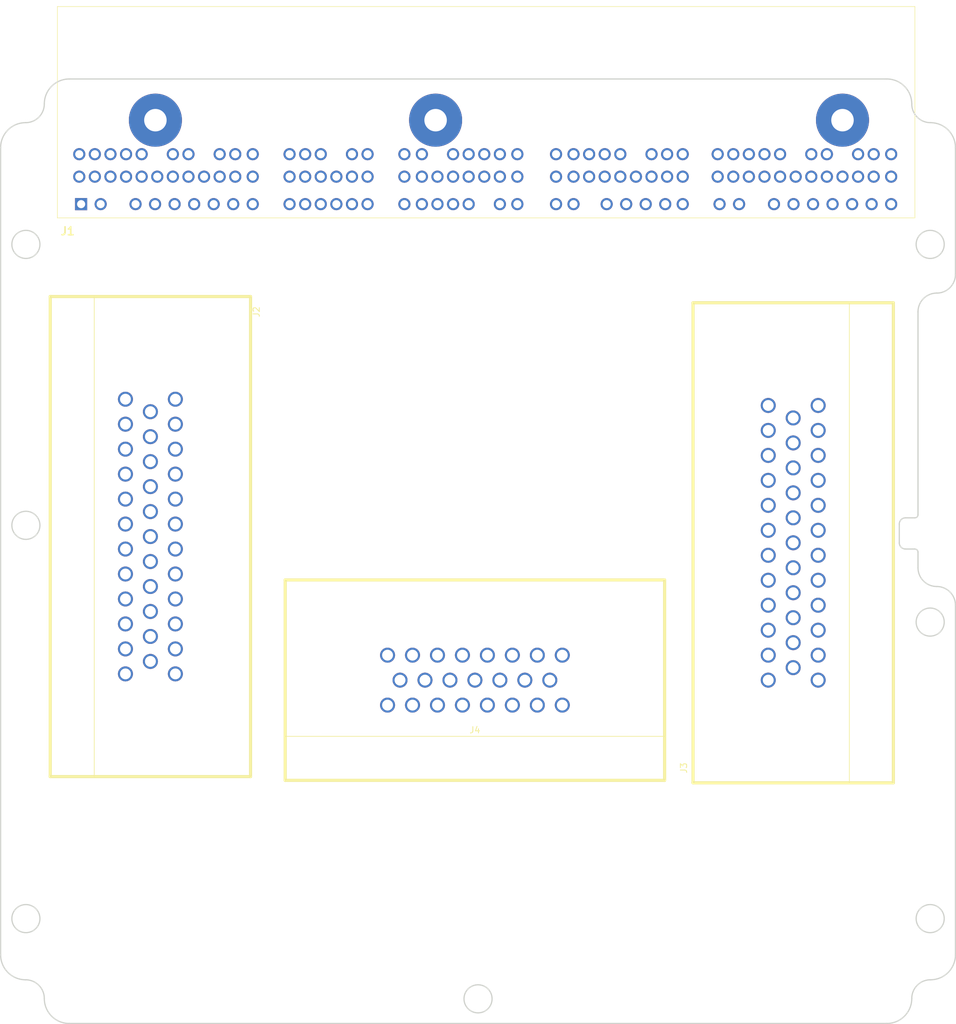
<source format=kicad_pcb>
(kicad_pcb (version 20210824) (generator pcbnew)
  (layers (0 "F.Cu" signal) (31 "B.Cu" signal) (34 "B.Paste" user) (35 "F.Paste" user) (36 "B.SilkS" user "B.Silkscreen") (37 "F.SilkS" user "F.Silkscreen") (38 "B.Mask" user) (39 "F.Mask" user) (44 "Edge.Cuts" user))
  (net 0 "")
  (net 1 "GND")
  (net 2 "/5V_SENSOR_1")
  (net 3 "/5V_SENSOR_2")
  (net 4 "/12V_PROT")
  (footprint "lib:ampseal-23" (layer "F.Cu") (at 171 162.8)
    (fp_text reference "J4" (at 0 8) (layer "F.SilkS"))
    (fp_text value "Conn_01x23")
    (fp_line (start -30.4 -16.05) (end 30.4 -16.05) (layer "F.SilkS") (width 0.5))
    (fp_line (start -30.5 9) (end 30.5 9) (layer "F.SilkS") (width 0.12))
    (fp_line (start 30.4 -16.05) (end 30.4 16.05) (layer "F.SilkS") (width 0.5))
    (fp_line (start 30.4 16.05) (end -30.4 16.05) (layer "F.SilkS") (width 0.5))
    (fp_line (start -30.4 16.05) (end -30.4 -16.05) (layer "F.SilkS") (width 0.5))
    (pad "" np_thru_hole circle (at 25.2 7.3) (size 2 2) (drill 2) (layers *.Cu *.Mask))
    (pad "" np_thru_hole circle (at -20.5 0.5) (size 2.85 2.85) (drill 2.85) (layers F&B.Cu *.Mask))
    (pad "" np_thru_hole circle (at 23.7 -10.8) (size 2 2) (drill 2) (layers *.Cu *.Mask))
    (pad "" np_thru_hole circle (at -23.7 -10.8) (size 2 2) (drill 2) (layers *.Cu *.Mask))
    (pad "" np_thru_hole circle (at 20.5 0.5) (size 2.85 2.85) (drill 2.85) (layers F&B.Cu *.Mask))
    (pad "" np_thru_hole circle (at -25.2 7.3) (size 2 2) (drill 2) (layers *.Cu *.Mask))
    (pad "1" thru_hole circle (at -14 -4) (size 2.4 2.4) (drill 1.75) (layers *.Cu *.Mask))
    (pad "2" thru_hole circle (at -10 -4) (size 2.4 2.4) (drill 1.75) (layers *.Cu *.Mask))
    (pad "3" thru_hole circle (at -6 -4) (size 2.4 2.4) (drill 1.75) (layers *.Cu *.Mask))
    (pad "4" thru_hole circle (at -2 -4) (size 2.4 2.4) (drill 1.75) (layers *.Cu *.Mask))
    (pad "5" thru_hole circle (at 2 -4) (size 2.4 2.4) (drill 1.75) (layers *.Cu *.Mask))
    (pad "6" thru_hole circle (at 6 -4) (size 2.4 2.4) (drill 1.75) (layers *.Cu *.Mask))
    (pad "7" thru_hole circle (at 10 -4) (size 2.4 2.4) (drill 1.75) (layers *.Cu *.Mask))
    (pad "8" thru_hole circle (at 14 -4) (size 2.4 2.4) (drill 1.75) (layers *.Cu *.Mask))
    (pad "9" thru_hole circle (at -12 0) (size 2.4 2.4) (drill 1.75) (layers *.Cu *.Mask))
    (pad "10" thru_hole circle (at -8 0) (size 2.4 2.4) (drill 1.75) (layers *.Cu *.Mask))
    (pad "11" thru_hole circle (at -4 0) (size 2.4 2.4) (drill 1.75) (layers *.Cu *.Mask))
    (pad "12" thru_hole circle (at 0 0) (size 2.4 2.4) (drill 1.75) (layers *.Cu *.Mask))
    (pad "13" thru_hole circle (at 4 0) (size 2.4 2.4) (drill 1.75) (layers *.Cu *.Mask))
    (pad "14" thru_hole circle (at 8 0) (size 2.4 2.4) (drill 1.75) (layers *.Cu *.Mask) (net 1 "GND"))
    (pad "15" thru_hole circle (at 12 0) (size 2.4 2.4) (drill 1.75) (layers *.Cu *.Mask))
    (pad "16" thru_hole circle (at -14 4) (size 2.4 2.4) (drill 1.75) (layers *.Cu *.Mask))
    (pad "17" thru_hole circle (at -10 4) (size 2.4 2.4) (drill 1.75) (layers *.Cu *.Mask))
    (pad "18" thru_hole circle (at -6 4) (size 2.4 2.4) (drill 1.75) (layers *.Cu *.Mask))
    (pad "19" thru_hole circle (at -2 4) (size 2.4 2.4) (drill 1.75) (layers *.Cu *.Mask) (net 1 "GND"))
    (pad "20" thru_hole circle (at 2 4) (size 2.4 2.4) (drill 1.75) (layers *.Cu *.Mask) (net 1 "GND"))
    (pad "21" thru_hole circle (at 6 4) (size 2.4 2.4) (drill 1.75) (layers *.Cu *.Mask))
    (pad "22" thru_hole circle (at 10 4) (size 2.4 2.4) (drill 1.75) (layers *.Cu *.Mask))
    (pad "23" thru_hole circle (at 14 4) (size 2.4 2.4) (drill 1.75) (layers *.Cu *.Mask))
  )
  (footprint "lib:ampseal-35-2" (layer "F.Cu") (at 222 140.8 90)
    (fp_text reference "J3" (at -36.068 -17.526 90) (layer "F.SilkS"))
    (fp_text value "Conn_01x35")
    (fp_line (start -38.354 9) (end 38.354 9) (layer "F.SilkS") (width 0.12))
    (fp_line (start -38.45 -16.05) (end 38.45 -16.05) (layer "F.SilkS") (width 0.5))
    (fp_line (start 38.45 -16.05) (end 38.45 16.05) (layer "F.SilkS") (width 0.5))
    (fp_line (start -38.45 16.05) (end 38.45 16.05) (layer "F.SilkS") (width 0.5))
    (fp_line (start -38.45 -16.05) (end -38.45 16.05) (layer "F.SilkS") (width 0.5))
    (pad "" np_thru_hole circle (at -33.2 7.3 90) (size 2 2) (drill 2) (layers *.Cu *.Mask))
    (pad "" np_thru_hole circle (at 33.2 7.3 90) (size 2 2) (drill 2) (layers *.Cu *.Mask))
    (pad "" np_thru_hole circle (at -31.7 -10.8 90) (size 2 2) (drill 2) (layers *.Cu *.Mask))
    (pad "" np_thru_hole circle (at -28.5 0.5 90) (size 2.85 2.85) (drill 2.85) (layers F&B.Cu *.Mask))
    (pad "" np_thru_hole circle (at 28.5 0.5 90) (size 2.85 2.85) (drill 2.85) (layers F&B.Cu *.Mask))
    (pad "" np_thru_hole circle (at 31.7 -10.8 90) (size 2 2) (drill 2) (layers *.Cu *.Mask))
    (pad "1" thru_hole circle (at -22 -4 90) (size 2.4 2.4) (drill 1.75) (layers *.Cu *.Mask) (net 1 "GND"))
    (pad "2" thru_hole circle (at -18 -4 90) (size 2.4 2.4) (drill 1.75) (layers *.Cu *.Mask) (net 1 "GND"))
    (pad "3" thru_hole circle (at -14 -4 90) (size 2.4 2.4) (drill 1.75) (layers *.Cu *.Mask) (net 1 "GND"))
    (pad "4" thru_hole circle (at -10 -4 90) (size 2.4 2.4) (drill 1.75) (layers *.Cu *.Mask) (net 1 "GND"))
    (pad "5" thru_hole circle (at -6 -4 90) (size 2.4 2.4) (drill 1.75) (layers *.Cu *.Mask) (net 1 "GND"))
    (pad "6" thru_hole circle (at -2 -4 90) (size 2.4 2.4) (drill 1.75) (layers *.Cu *.Mask) (net 1 "GND"))
    (pad "7" thru_hole circle (at 2 -4 90) (size 2.4 2.4) (drill 1.75) (layers *.Cu *.Mask) (net 1 "GND"))
    (pad "8" thru_hole circle (at 6 -4 90) (size 2.4 2.4) (drill 1.75) (layers *.Cu *.Mask) (net 1 "GND"))
    (pad "9" thru_hole circle (at 10 -4 90) (size 2.4 2.4) (drill 1.75) (layers *.Cu *.Mask) (net 2 "/5V_SENSOR_1"))
    (pad "10" thru_hole circle (at 14 -4 90) (size 2.4 2.4) (drill 1.75) (layers *.Cu *.Mask) (net 3 "/5V_SENSOR_2"))
    (pad "11" thru_hole circle (at 18 -4 90) (size 2.4 2.4) (drill 1.75) (layers *.Cu *.Mask) (net 4 "/12V_PROT"))
    (pad "12" thru_hole circle (at 22 -4 90) (size 2.4 2.4) (drill 1.75) (layers *.Cu *.Mask) (net 4 "/12V_PROT"))
    (pad "13" thru_hole circle (at -20 0 90) (size 2.4 2.4) (drill 1.75) (layers *.Cu *.Mask))
    (pad "14" thru_hole circle (at -16 0 90) (size 2.4 2.4) (drill 1.75) (layers *.Cu *.Mask))
    (pad "15" thru_hole circle (at -12 0 90) (size 2.4 2.4) (drill 1.75) (layers *.Cu *.Mask))
    (pad "16" thru_hole circle (at -8 0 90) (size 2.4 2.4) (drill 1.75) (layers *.Cu *.Mask))
    (pad "17" thru_hole circle (at -4 0 90) (size 2.4 2.4) (drill 1.75) (layers *.Cu *.Mask))
    (pad "18" thru_hole circle (at 0 0 90) (size 2.4 2.4) (drill 1.75) (layers *.Cu *.Mask))
    (pad "19" thru_hole circle (at 4 0 90) (size 2.4 2.4) (drill 1.75) (layers *.Cu *.Mask))
    (pad "20" thru_hole circle (at 8 0 90) (size 2.4 2.4) (drill 1.75) (layers *.Cu *.Mask))
    (pad "21" thru_hole circle (at 12 0 90) (size 2.4 2.4) (drill 1.75) (layers *.Cu *.Mask) (net 2 "/5V_SENSOR_1"))
    (pad "22" thru_hole circle (at 16 0 90) (size 2.4 2.4) (drill 1.75) (layers *.Cu *.Mask) (net 3 "/5V_SENSOR_2"))
    (pad "23" thru_hole circle (at 20 0 90) (size 2.4 2.4) (drill 1.75) (layers *.Cu *.Mask) (net 1 "GND"))
    (pad "24" thru_hole circle (at -22 4 90) (size 2.4 2.4) (drill 1.75) (layers *.Cu *.Mask))
    (pad "25" thru_hole circle (at -18 4 90) (size 2.4 2.4) (drill 1.75) (layers *.Cu *.Mask))
    (pad "26" thru_hole circle (at -14 4 90) (size 2.4 2.4) (drill 1.75) (layers *.Cu *.Mask))
    (pad "27" thru_hole circle (at -10 4 90) (size 2.4 2.4) (drill 1.75) (layers *.Cu *.Mask))
    (pad "28" thru_hole circle (at -6 4 90) (size 2.4 2.4) (drill 1.75) (layers *.Cu *.Mask))
    (pad "29" thru_hole circle (at -2 4 90) (size 2.4 2.4) (drill 1.75) (layers *.Cu *.Mask) (net 1 "GND"))
    (pad "30" thru_hole circle (at 2 4 90) (size 2.4 2.4) (drill 1.75) (layers *.Cu *.Mask))
    (pad "31" thru_hole circle (at 6 4 90) (size 2.4 2.4) (drill 1.75) (layers *.Cu *.Mask))
    (pad "32" thru_hole circle (at 10 4 90) (size 2.4 2.4) (drill 1.75) (layers *.Cu *.Mask) (net 2 "/5V_SENSOR_1"))
    (pad "33" thru_hole circle (at 14 4 90) (size 2.4 2.4) (drill 1.75) (layers *.Cu *.Mask) (net 3 "/5V_SENSOR_2"))
    (pad "34" thru_hole circle (at 18 4 90) (size 2.4 2.4) (drill 1.75) (layers *.Cu *.Mask))
    (pad "35" thru_hole circle (at 22 4 90) (size 2.4 2.4) (drill 1.75) (layers *.Cu *.Mask))
  )
  (footprint "lib:ampseal-35" (layer "F.Cu") (at 119 139.8 -90)
    (fp_text reference "J2" (at -36 -17 90) (layer "F.SilkS"))
    (fp_text value "Conn_01x35")
    (fp_line (start -38.45 16.05) (end 38.45 16.05) (layer "F.SilkS") (width 0.5))
    (fp_line (start -38.354 9) (end 38.354 9) (layer "F.SilkS") (width 0.12))
    (fp_line (start 38.45 -16.05) (end 38.45 16.05) (layer "F.SilkS") (width 0.5))
    (fp_line (start -38.45 -16.05) (end -38.45 16.05) (layer "F.SilkS") (width 0.5))
    (fp_line (start -38.45 -16.05) (end 38.45 -16.05) (layer "F.SilkS") (width 0.5))
    (pad "" np_thru_hole circle (at 33.2 7.3 270) (size 2 2) (drill 2) (layers *.Cu *.Mask))
    (pad "" np_thru_hole circle (at -33.2 7.3 270) (size 2 2) (drill 2) (layers *.Cu *.Mask))
    (pad "" np_thru_hole circle (at -28.5 0.5 270) (size 2.85 2.85) (drill 2.85) (layers F&B.Cu *.Mask))
    (pad "" np_thru_hole circle (at -31.7 -10.8 270) (size 2 2) (drill 2) (layers *.Cu *.Mask))
    (pad "" np_thru_hole circle (at 28.5 0.5 270) (size 2.85 2.85) (drill 2.85) (layers F&B.Cu *.Mask))
    (pad "" np_thru_hole circle (at 31.7 -10.8 270) (size 2 2) (drill 2) (layers *.Cu *.Mask))
    (pad "1" thru_hole circle (at -22 -4 270) (size 2.4 2.4) (drill 1.75) (layers *.Cu *.Mask))
    (pad "2" thru_hole circle (at -18 -4 270) (size 2.4 2.4) (drill 1.75) (layers *.Cu *.Mask))
    (pad "3" thru_hole circle (at -14 -4 270) (size 2.4 2.4) (drill 1.75) (layers *.Cu *.Mask))
    (pad "4" thru_hole circle (at -10 -4 270) (size 2.4 2.4) (drill 1.75) (layers *.Cu *.Mask))
    (pad "5" thru_hole circle (at -6 -4 270) (size 2.4 2.4) (drill 1.75) (layers *.Cu *.Mask))
    (pad "6" thru_hole circle (at -2 -4 270) (size 2.4 2.4) (drill 1.75) (layers *.Cu *.Mask))
    (pad "7" thru_hole circle (at 2 -4 270) (size 2.4 2.4) (drill 1.75) (layers *.Cu *.Mask))
    (pad "8" thru_hole circle (at 6 -4 270) (size 2.4 2.4) (drill 1.75) (layers *.Cu *.Mask))
    (pad "9" thru_hole circle (at 10 -4 270) (size 2.4 2.4) (drill 1.75) (layers *.Cu *.Mask))
    (pad "10" thru_hole circle (at 14 -4 270) (size 2.4 2.4) (drill 1.75) (layers *.Cu *.Mask))
    (pad "11" thru_hole circle (at 18 -4 270) (size 2.4 2.4) (drill 1.75) (layers *.Cu *.Mask))
    (pad "12" thru_hole circle (at 22 -4 270) (size 2.4 2.4) (drill 1.75) (layers *.Cu *.Mask))
    (pad "13" thru_hole circle (at -20 0 270) (size 2.4 2.4) (drill 1.75) (layers *.Cu *.Mask))
    (pad "14" thru_hole circle (at -16 0 270) (size 2.4 2.4) (drill 1.75) (layers *.Cu *.Mask))
    (pad "15" thru_hole circle (at -12 0 270) (size 2.4 2.4) (drill 1.75) (layers *.Cu *.Mask))
    (pad "16" thru_hole circle (at -8 0 270) (size 2.4 2.4) (drill 1.75) (layers *.Cu *.Mask))
    (pad "17" thru_hole circle (at -4 0 270) (size 2.4 2.4) (drill 1.75) (layers *.Cu *.Mask) (net 1 "GND"))
    (pad "18" thru_hole circle (at 0 0 270) (size 2.4 2.4) (drill 1.75) (layers *.Cu *.Mask) (net 1 "GND"))
    (pad "19" thru_hole circle (at 4 0 270) (size 2.4 2.4) (drill 1.75) (layers *.Cu *.Mask))
    (pad "20" thru_hole circle (at 8 0 270) (size 2.4 2.4) (drill 1.75) (layers *.Cu *.Mask))
    (pad "21" thru_hole circle (at 12 0 270) (size 2.4 2.4) (drill 1.75) (layers *.Cu *.Mask))
    (pad "22" thru_hole circle (at 16 0 270) (size 2.4 2.4) (drill 1.75) (layers *.Cu *.Mask))
    (pad "23" thru_hole circle (at 20 0 270) (size 2.4 2.4) (drill 1.75) (layers *.Cu *.Mask))
    (pad "24" thru_hole circle (at -22 4 270) (size 2.4 2.4) (drill 1.75) (layers *.Cu *.Mask) (net 1 "GND"))
    (pad "25" thru_hole circle (at -18 4 270) (size 2.4 2.4) (drill 1.75) (layers *.Cu *.Mask))
    (pad "26" thru_hole circle (at -14 4 270) (size 2.4 2.4) (drill 1.75) (layers *.Cu *.Mask))
    (pad "27" thru_hole circle (at -10 4 270) (size 2.4 2.4) (drill 1.75) (layers *.Cu *.Mask))
    (pad "28" thru_hole circle (at -6 4 270) (size 2.4 2.4) (drill 1.75) (layers *.Cu *.Mask))
    (pad "29" thru_hole circle (at -2 4 270) (size 2.4 2.4) (drill 1.75) (layers *.Cu *.Mask))
    (pad "30" thru_hole circle (at 2 4 270) (size 2.4 2.4) (drill 1.75) (layers *.Cu *.Mask))
    (pad "31" thru_hole circle (at 6 4 270) (size 2.4 2.4) (drill 1.75) (layers *.Cu *.Mask))
    (pad "32" thru_hole circle (at 10 4 270) (size 2.4 2.4) (drill 1.75) (layers *.Cu *.Mask))
    (pad "33" thru_hole circle (at 14 4 270) (size 2.4 2.4) (drill 1.75) (layers *.Cu *.Mask))
    (pad "34" thru_hole circle (at 18 4 270) (size 2.4 2.4) (drill 1.75) (layers *.Cu *.Mask))
    (pad "35" thru_hole circle (at 22 4 270) (size 2.4 2.4) (drill 1.75) (layers *.Cu *.Mask))
  )
  (footprint "lib:13186121" (layer "F.Cu") (at 172.8 71.825)
    (fp_text reference "J1" (at -67.056 19.05) (layer "F.SilkS") (effects (font (size 1.27 1.27) (thickness 0.254))))
    (fp_text value "1318612-1" hide)
    (fp_line (start -68.7 16.925) (end -68.7 -16.925) (layer "F.SilkS") (width 0.1))
    (fp_line (start 68.7 -16.925) (end 68.7 16.925) (layer "F.SilkS") (width 0.1))
    (fp_line (start -68.7 -16.925) (end 68.7 -16.925) (layer "F.SilkS") (width 0.1))
    (fp_line (start 68.7 16.925) (end -68.7 16.925) (layer "F.SilkS") (width 0.1))
    (pad "A1" thru_hole circle locked (at 37.4 14.725 90) (size 1.95 1.95) (drill 1.3) (layers *.Cu *.Mask))
    (pad "A2" thru_hole circle locked (at 40.53 14.725 90) (size 1.95 1.95) (drill 1.3) (layers *.Cu *.Mask))
    (pad "A3" thru_hole circle locked (at 46.12 14.725 90) (size 1.95 1.95) (drill 1.3) (layers *.Cu *.Mask))
    (pad "A4" thru_hole circle locked (at 49.25 14.725 90) (size 1.95 1.95) (drill 1.3) (layers *.Cu *.Mask))
    (pad "A5" thru_hole circle locked (at 52.38 14.725 90) (size 1.95 1.95) (drill 1.3) (layers *.Cu *.Mask))
    (pad "A6" thru_hole circle locked (at 55.51 14.725 90) (size 1.95 1.95) (drill 1.3) (layers *.Cu *.Mask))
    (pad "A7" thru_hole circle locked (at 58.64 14.725 90) (size 1.95 1.95) (drill 1.3) (layers *.Cu *.Mask))
    (pad "A8" thru_hole circle locked (at 61.77 14.725 90) (size 1.95 1.95) (drill 1.3) (layers *.Cu *.Mask))
    (pad "A9" thru_hole circle locked (at 64.9 14.725 90) (size 1.95 1.95) (drill 1.3) (layers *.Cu *.Mask))
    (pad "A10" thru_hole circle locked (at 37.1 10.325 90) (size 1.95 1.95) (drill 1.3) (layers *.Cu *.Mask))
    (pad "A11" thru_hole circle locked (at 39.6 10.325 90) (size 1.95 1.95) (drill 1.3) (layers *.Cu *.Mask))
    (pad "A12" thru_hole circle locked (at 42.1 10.325 90) (size 1.95 1.95) (drill 1.3) (layers *.Cu *.Mask))
    (pad "A13" thru_hole circle locked (at 44.6 10.325 90) (size 1.95 1.95) (drill 1.3) (layers *.Cu *.Mask))
    (pad "A14" thru_hole circle locked (at 47.1 10.325 90) (size 1.95 1.95) (drill 1.3) (layers *.Cu *.Mask))
    (pad "A15" thru_hole circle locked (at 49.6 10.325 90) (size 1.95 1.95) (drill 1.3) (layers *.Cu *.Mask))
    (pad "A16" thru_hole circle locked (at 52.1 10.325 90) (size 1.95 1.95) (drill 1.3) (layers *.Cu *.Mask))
    (pad "A17" thru_hole circle locked (at 54.6 10.325 90) (size 1.95 1.95) (drill 1.3) (layers *.Cu *.Mask))
    (pad "A18" thru_hole circle locked (at 57.1 10.325 90) (size 1.95 1.95) (drill 1.3) (layers *.Cu *.Mask))
    (pad "A19" thru_hole circle locked (at 59.6 10.325 90) (size 1.95 1.95) (drill 1.3) (layers *.Cu *.Mask))
    (pad "A20" thru_hole circle locked (at 62.1 10.325 90) (size 1.95 1.95) (drill 1.3) (layers *.Cu *.Mask))
    (pad "A21" thru_hole circle locked (at 64.9 10.325 90) (size 1.95 1.95) (drill 1.3) (layers *.Cu *.Mask))
    (pad "A22" thru_hole circle locked (at 37.1 6.725 90) (size 1.95 1.95) (drill 1.3) (layers *.Cu *.Mask))
    (pad "A23" thru_hole circle locked (at 39.6 6.725 90) (size 1.95 1.95) (drill 1.3) (layers *.Cu *.Mask))
    (pad "A24" thru_hole circle locked (at 42.1 6.725 90) (size 1.95 1.95) (drill 1.3) (layers *.Cu *.Mask))
    (pad "A25" thru_hole circle locked (at 44.6 6.725 90) (size 1.95 1.95) (drill 1.3) (layers *.Cu *.Mask))
    (pad "A26" thru_hole circle locked (at 47.1 6.725 90) (size 1.95 1.95) (drill 1.3) (layers *.Cu *.Mask))
    (pad "A27" thru_hole circle locked (at 52.1 6.725 90) (size 1.95 1.95) (drill 1.3) (layers *.Cu *.Mask))
    (pad "A28" thru_hole circle locked (at 54.6 6.725 90) (size 1.95 1.95) (drill 1.3) (layers *.Cu *.Mask))
    (pad "A29" thru_hole circle locked (at 59.6 6.725 90) (size 1.95 1.95) (drill 1.3) (layers *.Cu *.Mask))
    (pad "A30" thru_hole circle locked (at 62.1 6.725 90) (size 1.95 1.95) (drill 1.3) (layers *.Cu *.Mask))
    (pad "A31" thru_hole circle locked (at 64.9 6.725 90) (size 1.95 1.95) (drill 1.3) (layers *.Cu *.Mask))
    (pad "B1" thru_hole circle locked (at 11.2 14.725 90) (size 1.95 1.95) (drill 1.3) (layers *.Cu *.Mask))
    (pad "B2" thru_hole circle locked (at 14 14.725 90) (size 1.95 1.95) (drill 1.3) (layers *.Cu *.Mask))
    (pad "B3" thru_hole circle locked (at 19.31 14.725 90) (size 1.95 1.95) (drill 1.3) (layers *.Cu *.Mask))
    (pad "B4" thru_hole circle locked (at 22.44 14.725 90) (size 1.95 1.95) (drill 1.3) (layers *.Cu *.Mask))
    (pad "B5" thru_hole circle locked (at 25.57 14.725 90) (size 1.95 1.95) (drill 1.3) (layers *.Cu *.Mask))
    (pad "B6" thru_hole circle locked (at 28.7 14.725 90) (size 1.95 1.95) (drill 1.3) (layers *.Cu *.Mask))
    (pad "B7" thru_hole circle locked (at 31.5 14.725 90) (size 1.95 1.95) (drill 1.3) (layers *.Cu *.Mask))
    (pad "B8" thru_hole circle locked (at 11.2 10.325 90) (size 1.95 1.95) (drill 1.3) (layers *.Cu *.Mask))
    (pad "B9" thru_hole circle locked (at 14 10.325 90) (size 1.95 1.95) (drill 1.3) (layers *.Cu *.Mask))
    (pad "B10" thru_hole circle locked (at 16.5 10.325 90) (size 1.95 1.95) (drill 1.3) (layers *.Cu *.Mask))
    (pad "B11" thru_hole circle locked (at 19 10.325 90) (size 1.95 1.95) (drill 1.3) (layers *.Cu *.Mask))
    (pad "B12" thru_hole circle locked (at 21.5 10.325 90) (size 1.95 1.95) (drill 1.3) (layers *.Cu *.Mask))
    (pad "B13" thru_hole circle locked (at 24 10.325 90) (size 1.95 1.95) (drill 1.3) (layers *.Cu *.Mask))
    (pad "B14" thru_hole circle locked (at 26.5 10.325 90) (size 1.95 1.95) (drill 1.3) (layers *.Cu *.Mask))
    (pad "B15" thru_hole circle locked (at 29 10.325 90) (size 1.95 1.95) (drill 1.3) (layers *.Cu *.Mask))
    (pad "B16" thru_hole circle locked (at 31.5 10.325 90) (size 1.95 1.95) (drill 1.3) (layers *.Cu *.Mask))
    (pad "B17" thru_hole circle locked (at 11.2 6.725 90) (size 1.95 1.95) (drill 1.3) (layers *.Cu *.Mask))
    (pad "B18" thru_hole circle locked (at 14 6.725 90) (size 1.95 1.95) (drill 1.3) (layers *.Cu *.Mask))
    (pad "B19" thru_hole circle locked (at 16.5 6.725 90) (size 1.95 1.95) (drill 1.3) (layers *.Cu *.Mask))
    (pad "B20" thru_hole circle locked (at 19 6.725 90) (size 1.95 1.95) (drill 1.3) (layers *.Cu *.Mask))
    (pad "B21" thru_hole circle locked (at 21.5 6.725 90) (size 1.95 1.95) (drill 1.3) (layers *.Cu *.Mask))
    (pad "B22" thru_hole circle locked (at 26.5 6.725 90) (size 1.95 1.95) (drill 1.3) (layers *.Cu *.Mask))
    (pad "B23" thru_hole circle locked (at 29 6.725 90) (size 1.95 1.95) (drill 1.3) (layers *.Cu *.Mask))
    (pad "B24" thru_hole circle locked (at 31.5 6.725 90) (size 1.95 1.95) (drill 1.3) (layers *.Cu *.Mask))
    (pad "C1" thru_hole circle locked (at -13.1 14.725 90) (size 1.95 1.95) (drill 1.3) (layers *.Cu *.Mask))
    (pad "C2" thru_hole circle locked (at -10.3 14.725 90) (size 1.95 1.95) (drill 1.3) (layers *.Cu *.Mask))
    (pad "C3" thru_hole circle locked (at -7.8 14.725 90) (size 1.95 1.95) (drill 1.3) (layers *.Cu *.Mask))
    (pad "C4" thru_hole circle locked (at -5.3 14.725 90) (size 1.95 1.95) (drill 1.3) (layers *.Cu *.Mask))
    (pad "C5" thru_hole circle locked (at -2.8 14.725 90) (size 1.95 1.95) (drill 1.3) (layers *.Cu *.Mask))
    (pad "C6" thru_hole circle locked (at 2.2 14.725 90) (size 1.95 1.95) (drill 1.3) (layers *.Cu *.Mask))
    (pad "C7" thru_hole circle locked (at 5 14.725 90) (size 1.95 1.95) (drill 1.3) (layers *.Cu *.Mask))
    (pad "C8" thru_hole circle locked (at -13.1 10.325 90) (size 1.95 1.95) (drill 1.3) (layers *.Cu *.Mask))
    (pad "C9" thru_hole circle locked (at -10.3 10.325 90) (size 1.95 1.95) (drill 1.3) (layers *.Cu *.Mask))
    (pad "C10" thru_hole circle locked (at -7.8 10.325 90) (size 1.95 1.95) (drill 1.3) (layers *.Cu *.Mask))
    (pad "C11" thru_hole circle locked (at -5.3 10.325 90) (size 1.95 1.95) (drill 1.3) (layers *.Cu *.Mask))
    (pad "C12" thru_hole circle locked (at -2.8 10.325 90) (size 1.95 1.95) (drill 1.3) (layers *.Cu *.Mask))
    (pad "C13" thru_hole circle locked (at -0.3 10.325 90) (size 1.95 1.95) (drill 1.3) (layers *.Cu *.Mask))
    (pad "C14" thru_hole circle locked (at 2.2 10.325 90) (size 1.95 1.95) (drill 1.3) (layers *.Cu *.Mask))
    (pad "C15" thru_hole circle locked (at 5 10.325 90) (size 1.95 1.95) (drill 1.3) (layers *.Cu *.Mask))
    (pad "C16" thru_hole circle locked (at -13.1 6.725 90) (size 1.95 1.95) (drill 1.3) (layers *.Cu *.Mask))
    (pad "C17" thru_hole circle locked (at -10.3 6.725 90) (size 1.95 1.95) (drill 1.3) (layers *.Cu *.Mask))
    (pad "C18" thru_hole circle locked (at -5.3 6.725 90) (size 1.95 1.95) (drill 1.3) (layers *.Cu *.Mask))
    (pad "C19" thru_hole circle locked (at -2.8 6.725 90) (size 1.95 1.95) (drill 1.3) (layers *.Cu *.Mask))
    (pad "C20" thru_hole circle locked (at -0.3 6.725 90) (size 1.95 1.95) (drill 1.3) (layers *.Cu *.Mask))
    (pad "C21" thru_hole circle locked (at 2.2 6.725 90) (size 1.95 1.95) (drill 1.3) (layers *.Cu *.Mask))
    (pad "C22" thru_hole circle locked (at 5 6.725 90) (size 1.95 1.95) (drill 1.3) (layers *.Cu *.Mask))
    (pad "D1" thru_hole circle locked (at -31.5 14.725 90) (size 1.95 1.95) (drill 1.3) (layers *.Cu *.Mask))
    (pad "D2" thru_hole circle locked (at -29 14.725 90) (size 1.95 1.95) (drill 1.3) (layers *.Cu *.Mask))
    (pad "D3" thru_hole circle locked (at -26.5 14.725 90) (size 1.95 1.95) (drill 1.3) (layers *.Cu *.Mask))
    (pad "D4" thru_hole circle locked (at -24 14.725 90) (size 1.95 1.95) (drill 1.3) (layers *.Cu *.Mask))
    (pad "D5" thru_hole circle locked (at -21.5 14.725 90) (size 1.95 1.95) (drill 1.3) (layers *.Cu *.Mask))
    (pad "D6" thru_hole circle locked (at -19 14.725 90) (size 1.95 1.95) (drill 1.3) (layers *.Cu *.Mask))
    (pad "D7" thru_hole circle locked (at -31.5 10.325 90) (size 1.95 1.95) (drill 1.3) (layers *.Cu *.Mask))
    (pad "D8" thru_hole circle locked (at -29 10.325 90) (size 1.95 1.95) (drill 1.3) (layers *.Cu *.Mask))
    (pad "D9" thru_hole circle locked (at -26.5 10.325 90) (size 1.95 1.95) (drill 1.3) (layers *.Cu *.Mask))
    (pad "D10" thru_hole circle locked (at -24 10.325 90) (size 1.95 1.95) (drill 1.3) (layers *.Cu *.Mask))
    (pad "D11" thru_hole circle locked (at -21.5 10.325 90) (size 1.95 1.95) (drill 1.3) (layers *.Cu *.Mask))
    (pad "D12" thru_hole circle locked (at -19 10.325 90) (size 1.95 1.95) (drill 1.3) (layers *.Cu *.Mask))
    (pad "D13" thru_hole circle locked (at -31.5 6.725 90) (size 1.95 1.95) (drill 1.3) (layers *.Cu *.Mask))
    (pad "D14" thru_hole circle locked (at -29 6.725 90) (size 1.95 1.95) (drill 1.3) (layers *.Cu *.Mask))
    (pad "D15" thru_hole circle locked (at -26.5 6.725 90) (size 1.95 1.95) (drill 1.3) (layers *.Cu *.Mask))
    (pad "D16" thru_hole circle locked (at -21.5 6.725 90) (size 1.95 1.95) (drill 1.3) (layers *.Cu *.Mask))
    (pad "D17" thru_hole circle locked (at -19 6.725 90) (size 1.95 1.95) (drill 1.3) (layers *.Cu *.Mask))
    (pad "E1" thru_hole rect locked (at -64.9 14.725 90) (size 1.95 1.95) (drill 1.3) (layers *.Cu *.Mask))
    (pad "E2" thru_hole circle locked (at -61.77 14.725 90) (size 1.95 1.95) (drill 1.3) (layers *.Cu *.Mask))
    (pad "E3" thru_hole circle locked (at -56.18 14.725 90) (size 1.95 1.95) (drill 1.3) (layers *.Cu *.Mask))
    (pad "E4" thru_hole circle locked (at -53.05 14.725 90) (size 1.95 1.95) (drill 1.3) (layers *.Cu *.Mask))
    (pad "E5" thru_hole circle locked (at -49.92 14.725 90) (size 1.95 1.95) (drill 1.3) (layers *.Cu *.Mask))
    (pad "E6" thru_hole circle locked (at -46.79 14.725 90) (size 1.95 1.95) (drill 1.3) (layers *.Cu *.Mask))
    (pad "E7" thru_hole circle locked (at -43.66 14.725 90) (size 1.95 1.95) (drill 1.3) (layers *.Cu *.Mask))
    (pad "E8" thru_hole circle locked (at -40.53 14.725 90) (size 1.95 1.95) (drill 1.3) (layers *.Cu *.Mask))
    (pad "E9" thru_hole circle locked (at -37.4 14.725 90) (size 1.95 1.95) (drill 1.3) (layers *.Cu *.Mask))
    (pad "E10" thru_hole circle locked (at -65.2 10.325 90) (size 1.95 1.95) (drill 1.3) (layers *.Cu *.Mask))
    (pad "E11" thru_hole circle locked (at -62.7 10.325 90) (size 1.95 1.95) (drill 1.3) (layers *.Cu *.Mask))
    (pad "E12" thru_hole circle locked (at -60.2 10.325 90) (size 1.95 1.95) (drill 1.3) (layers *.Cu *.Mask))
    (pad "E13" thru_hole circle locked (at -57.7 10.325 90) (size 1.95 1.95) (drill 1.3) (layers *.Cu *.Mask))
    (pad "E14" thru_hole circle locked (at -55.2 10.325 90) (size 1.95 1.95) (drill 1.3) (layers *.Cu *.Mask))
    (pad "E15" thru_hole circle locked (at -52.7 10.325 90) (size 1.95 1.95) (drill 1.3) (layers *.Cu *.Mask))
    (pad "E16" thru_hole circle locked (at -50.2 10.325 90) (size 1.95 1.95) (drill 1.3) (layers *.Cu *.Mask))
    (pad "E17" thru_hole circle locked (at -47.7 10.325 90) (size 1.95 1.95) (drill 1.3) (layers *.Cu *.Mask))
    (pad "E18" thru_hole circle locked (at -45.2 10.325 90) (size 1.95 1.95) (drill 1.3) (layers *.Cu *.Mask))
    (pad "E19" thru_hole circle locked (at -42.7 10.325 90) (size 1.95 1.95) (drill 1.3) (layers *.Cu *.Mask))
    (pad "E20" thru_hole circle locked (at -40.2 10.325 90) (size 1.95 1.95) (drill 1.3) (layers *.Cu *.Mask))
    (pad "E21" thru_hole circle locked (at -37.4 10.325 90) (size 1.95 1.95) (drill 1.3) (layers *.Cu *.Mask))
    (pad "E22" thru_hole circle locked (at -65.2 6.725 90) (size 1.95 1.95) (drill 1.3) (layers *.Cu *.Mask))
    (pad "E23" thru_hole circle locked (at -62.7 6.725 90) (size 1.95 1.95) (drill 1.3) (layers *.Cu *.Mask))
    (pad "E24" thru_hole circle locked (at -60.2 6.725 90) (size 1.95 1.95) (drill 1.3) (layers *.Cu *.Mask))
    (pad "E25" thru_hole circle locked (at -57.7 6.725 90) (size 1.95 1.95) (drill 1.3) (layers *.Cu *.Mask))
    (pad "E26" thru_hole circle locked (at -55.2 6.725 90) (size 1.95 1.95) (drill 1.3) (layers *.Cu *.Mask))
    (pad "E27" thru_hole circle locked (at -50.2 6.725 90) (size 1.95 1.95) (drill 1.3) (layers *.Cu *.Mask))
    (pad "E28" thru_hole circle locked (at -47.7 6.725 90) (size 1.95 1.95) (drill 1.3) (layers *.Cu *.Mask))
    (pad "E29" thru_hole circle locked (at -42.7 6.725 90) (size 1.95 1.95) (drill 1.3) (layers *.Cu *.Mask))
    (pad "E30" thru_hole circle locked (at -40.2 6.725 90) (size 1.95 1.95) (drill 1.3) (layers *.Cu *.Mask))
    (pad "E31" thru_hole circle locked (at -37.4 6.725 90) (size 1.95 1.95) (drill 1.3) (layers *.Cu *.Mask))
    (pad "MH1" thru_hole circle locked (at -53 1.275 90) (size 8.5 8.5) (drill 3.6) (layers *.Cu *.Mask))
    (pad "MH2" thru_hole circle locked (at -8.1 1.275 90) (size 8.5 8.5) (drill 3.6) (layers *.Cu *.Mask))
    (pad "MH3" thru_hole circle locked (at 57.1 1.275 90) (size 8.5 8.5) (drill 3.6) (layers *.Cu *.Mask))
  )
  (gr_arc (start 99 70.500001) (end 102 70.5) (angle 90) (layer "Edge.Cuts") (width 0.2))
  (gr_line (start 248 97.8) (end 248 77.5) (layer "Edge.Cuts") (width 0.2))
  (gr_arc (start 105.999996 213.8) (end 105.999998 217.8) (angle 90) (layer "Edge.Cuts") (width 0.2))
  (gr_circle (center 99.05 138) (end 101.3 138) (layer "Edge.Cuts") (width 0.2) (fill none))
  (gr_circle (center 243.95 201) (end 246.2 201) (layer "Edge.Cuts") (width 0.2) (fill none))
  (gr_line (start 106 66.5) (end 237 66.5) (layer "Edge.Cuts") (width 0.2))
  (gr_arc (start 244.000002 206.8) (end 248 206.8) (angle 90) (layer "Edge.Cuts") (width 0.2))
  (gr_line (start 241.5 141.8) (end 240 141.8) (layer "Edge.Cuts") (width 0.2))
  (gr_line (start 106 217.8) (end 237 217.8) (layer "Edge.Cuts") (width 0.2))
  (gr_arc (start 240 140.800003) (end 240 141.8) (angle 90) (layer "Edge.Cuts") (width 0.2))
  (gr_arc (start 98.999996 206.8) (end 94.999998 206.8) (angle -90) (layer "Edge.Cuts") (width 0.2))
  (gr_circle (center 171.5 213.85) (end 173.75 213.85) (layer "Edge.Cuts") (width 0.2) (fill none))
  (gr_line (start 239 140.8) (end 239 137.8) (layer "Edge.Cuts") (width 0.2))
  (gr_circle (center 243.95 93) (end 246.2 93) (layer "Edge.Cuts") (width 0.2) (fill none))
  (gr_circle (center 243.95 153.5) (end 246.2 153.5) (layer "Edge.Cuts") (width 0.2) (fill none))
  (gr_arc (start 245 103.8) (end 245 100.8) (angle -90) (layer "Edge.Cuts") (width 0.2))
  (gr_arc (start 244 213.8) (end 241 213.8) (angle 90) (layer "Edge.Cuts") (width 0.2))
  (gr_arc (start 105.999998 70.500001) (end 106 66.5) (angle -90) (layer "Edge.Cuts") (width 0.2))
  (gr_circle (center 99.05 93) (end 101.3 93) (layer "Edge.Cuts") (width 0.2) (fill none))
  (gr_line (start 94.999998 206.8) (end 95 77.5) (layer "Edge.Cuts") (width 0.2))
  (gr_arc (start 237.000002 70.500001) (end 237 66.5) (angle 90) (layer "Edge.Cuts") (width 0.2))
  (gr_arc (start 245 150.8) (end 248 150.8) (angle -90) (layer "Edge.Cuts") (width 0.2))
  (gr_line (start 240 136.8) (end 241.5 136.8) (layer "Edge.Cuts") (width 0.2))
  (gr_arc (start 98.999998 213.8) (end 101.999998 213.8) (angle -90) (layer "Edge.Cuts") (width 0.2))
  (gr_arc (start 244 70.500001) (end 241 70.5) (angle -90) (layer "Edge.Cuts") (width 0.2))
  (gr_arc (start 241.5 142.299999) (end 242 142.3) (angle -90) (layer "Edge.Cuts") (width 0.2))
  (gr_arc (start 241.500001 136.3) (end 242 136.3) (angle 90) (layer "Edge.Cuts") (width 0.2))
  (gr_circle (center 99.05 201) (end 101.3 201) (layer "Edge.Cuts") (width 0.2) (fill none))
  (gr_arc (start 239.999997 137.8) (end 240 136.8) (angle -90) (layer "Edge.Cuts") (width 0.2))
  (gr_line (start 242 136.3) (end 242 103.8) (layer "Edge.Cuts") (width 0.2))
  (gr_line (start 242 144.8) (end 242 142.3) (layer "Edge.Cuts") (width 0.2))
  (gr_arc (start 245 97.8) (end 248 97.8) (angle 90) (layer "Edge.Cuts") (width 0.2))
  (gr_arc (start 237.000002 213.8) (end 237 217.8) (angle -90) (layer "Edge.Cuts") (width 0.2))
  (gr_arc (start 98.999999 77.5) (end 95 77.5) (angle 90) (layer "Edge.Cuts") (width 0.2))
  (gr_arc (start 245 144.8) (end 245 147.8) (angle 90) (layer "Edge.Cuts") (width 0.2))
  (gr_line (start 248 206.8) (end 248 150.8) (layer "Edge.Cuts") (width 0.2))
  (gr_arc (start 244.000001 77.5) (end 248 77.5) (angle -90) (layer "Edge.Cuts") (width 0.2))
)
</source>
